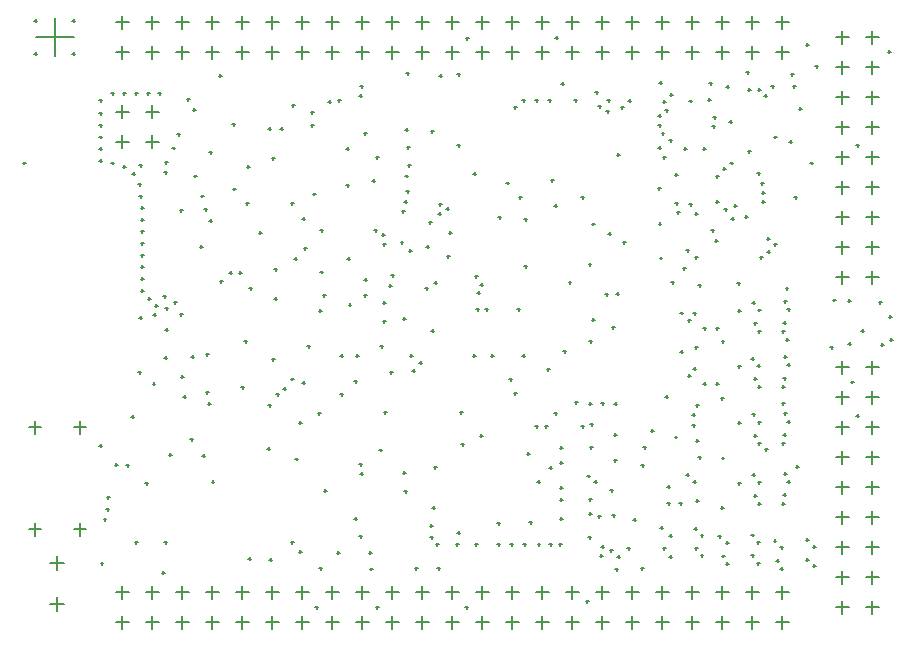
<source format=gbr>
%TF.GenerationSoftware,Altium Limited,Altium Designer,22.7.1 (60)*%
G04 Layer_Color=128*
%FSLAX45Y45*%
%MOMM*%
%TF.SameCoordinates,C880B6F6-60C4-4622-843B-A454360AD99E*%
%TF.FilePolarity,Positive*%
%TF.FileFunction,Drillmap*%
%TF.Part,Single*%
G01*
G75*
%TA.AperFunction,NonConductor*%
%ADD688C,0.12700*%
D688*
X8073000Y2349500D02*
X8183000D01*
X8128000Y2294500D02*
Y2404500D01*
X8073000Y2095500D02*
X8183000D01*
X8128000Y2040500D02*
Y2150500D01*
X8073000Y1841500D02*
X8183000D01*
X8128000Y1786500D02*
Y1896500D01*
X8073000Y1587500D02*
X8183000D01*
X8128000Y1532500D02*
Y1642500D01*
X8073000Y1333500D02*
X8183000D01*
X8128000Y1278500D02*
Y1388500D01*
X8073000Y1079500D02*
X8183000D01*
X8128000Y1024500D02*
Y1134500D01*
X8073000Y825500D02*
X8183000D01*
X8128000Y770500D02*
Y880500D01*
X8327000Y2349500D02*
X8437000D01*
X8382000Y2294500D02*
Y2404500D01*
X8327000Y2095500D02*
X8437000D01*
X8382000Y2040500D02*
Y2150500D01*
X8327000Y1841500D02*
X8437000D01*
X8382000Y1786500D02*
Y1896500D01*
X8327000Y1587500D02*
X8437000D01*
X8382000Y1532500D02*
Y1642500D01*
X8327000Y1333500D02*
X8437000D01*
X8382000Y1278500D02*
Y1388500D01*
X8327000Y1079500D02*
X8437000D01*
X8382000Y1024500D02*
Y1134500D01*
X8327000Y825500D02*
X8437000D01*
X8382000Y770500D02*
Y880500D01*
X8073000Y571500D02*
X8183000D01*
X8128000Y516500D02*
Y626500D01*
X8073000Y317500D02*
X8183000D01*
X8128000Y262500D02*
Y372500D01*
X8327000Y571500D02*
X8437000D01*
X8382000Y516500D02*
Y626500D01*
X8327000Y317500D02*
X8437000D01*
X8382000Y262500D02*
Y372500D01*
X8073000Y5143500D02*
X8183000D01*
X8128000Y5088500D02*
Y5198500D01*
X8073000Y4889500D02*
X8183000D01*
X8128000Y4834500D02*
Y4944500D01*
X8073000Y4635500D02*
X8183000D01*
X8128000Y4580500D02*
Y4690500D01*
X8073000Y4381500D02*
X8183000D01*
X8128000Y4326500D02*
Y4436500D01*
X8073000Y4127500D02*
X8183000D01*
X8128000Y4072500D02*
Y4182500D01*
X8073000Y3873500D02*
X8183000D01*
X8128000Y3818500D02*
Y3928500D01*
X8073000Y3619500D02*
X8183000D01*
X8128000Y3564500D02*
Y3674500D01*
X8327000Y5143500D02*
X8437000D01*
X8382000Y5088500D02*
Y5198500D01*
X8327000Y4889500D02*
X8437000D01*
X8382000Y4834500D02*
Y4944500D01*
X8327000Y4635500D02*
X8437000D01*
X8382000Y4580500D02*
Y4690500D01*
X8327000Y4381500D02*
X8437000D01*
X8382000Y4326500D02*
Y4436500D01*
X8327000Y4127500D02*
X8437000D01*
X8382000Y4072500D02*
Y4182500D01*
X8327000Y3873500D02*
X8437000D01*
X8382000Y3818500D02*
Y3928500D01*
X8327000Y3619500D02*
X8437000D01*
X8382000Y3564500D02*
Y3674500D01*
X8073000Y3365500D02*
X8183000D01*
X8128000Y3310500D02*
Y3420500D01*
X8073000Y3111500D02*
X8183000D01*
X8128000Y3056500D02*
Y3166500D01*
X8327000Y3365500D02*
X8437000D01*
X8382000Y3310500D02*
Y3420500D01*
X8327000Y3111500D02*
X8437000D01*
X8382000Y3056500D02*
Y3166500D01*
X1977000Y190500D02*
X2087000D01*
X2032000Y135500D02*
Y245500D01*
X2231000Y190500D02*
X2341000D01*
X2286000Y135500D02*
Y245500D01*
X2485000Y190500D02*
X2595000D01*
X2540000Y135500D02*
Y245500D01*
X2739000Y190500D02*
X2849000D01*
X2794000Y135500D02*
Y245500D01*
X2993000Y190500D02*
X3103000D01*
X3048000Y135500D02*
Y245500D01*
X3247000Y190500D02*
X3357000D01*
X3302000Y135500D02*
Y245500D01*
X3501000Y190500D02*
X3611000D01*
X3556000Y135500D02*
Y245500D01*
X3755000Y190500D02*
X3865000D01*
X3810000Y135500D02*
Y245500D01*
X4009000Y190500D02*
X4119000D01*
X4064000Y135500D02*
Y245500D01*
X4263000Y190500D02*
X4373000D01*
X4318000Y135500D02*
Y245500D01*
X4517000Y190500D02*
X4627000D01*
X4572000Y135500D02*
Y245500D01*
X4771000Y190500D02*
X4881000D01*
X4826000Y135500D02*
Y245500D01*
X5025000Y190500D02*
X5135000D01*
X5080000Y135500D02*
Y245500D01*
X5279000Y190500D02*
X5389000D01*
X5334000Y135500D02*
Y245500D01*
X5533000Y190500D02*
X5643000D01*
X5588000Y135500D02*
Y245500D01*
X5787000Y190500D02*
X5897000D01*
X5842000Y135500D02*
Y245500D01*
X6041000Y190500D02*
X6151000D01*
X6096000Y135500D02*
Y245500D01*
X6295000Y190500D02*
X6405000D01*
X6350000Y135500D02*
Y245500D01*
X6549000Y190500D02*
X6659000D01*
X6604000Y135500D02*
Y245500D01*
X6803000Y190500D02*
X6913000D01*
X6858000Y135500D02*
Y245500D01*
X7057000Y190500D02*
X7167000D01*
X7112000Y135500D02*
Y245500D01*
X7311000Y190500D02*
X7421000D01*
X7366000Y135500D02*
Y245500D01*
X7565000Y190500D02*
X7675000D01*
X7620000Y135500D02*
Y245500D01*
X1977000Y444500D02*
X2087000D01*
X2032000Y389500D02*
Y499500D01*
X2231000Y444500D02*
X2341000D01*
X2286000Y389500D02*
Y499500D01*
X2485000Y444500D02*
X2595000D01*
X2540000Y389500D02*
Y499500D01*
X2739000Y444500D02*
X2849000D01*
X2794000Y389500D02*
Y499500D01*
X2993000Y444500D02*
X3103000D01*
X3048000Y389500D02*
Y499500D01*
X3247000Y444500D02*
X3357000D01*
X3302000Y389500D02*
Y499500D01*
X3501000Y444500D02*
X3611000D01*
X3556000Y389500D02*
Y499500D01*
X3755000Y444500D02*
X3865000D01*
X3810000Y389500D02*
Y499500D01*
X4009000Y444500D02*
X4119000D01*
X4064000Y389500D02*
Y499500D01*
X4263000Y444500D02*
X4373000D01*
X4318000Y389500D02*
Y499500D01*
X4517000Y444500D02*
X4627000D01*
X4572000Y389500D02*
Y499500D01*
X4771000Y444500D02*
X4881000D01*
X4826000Y389500D02*
Y499500D01*
X5025000Y444500D02*
X5135000D01*
X5080000Y389500D02*
Y499500D01*
X5279000Y444500D02*
X5389000D01*
X5334000Y389500D02*
Y499500D01*
X5533000Y444500D02*
X5643000D01*
X5588000Y389500D02*
Y499500D01*
X5787000Y444500D02*
X5897000D01*
X5842000Y389500D02*
Y499500D01*
X6041000Y444500D02*
X6151000D01*
X6096000Y389500D02*
Y499500D01*
X6295000Y444500D02*
X6405000D01*
X6350000Y389500D02*
Y499500D01*
X6549000Y444500D02*
X6659000D01*
X6604000Y389500D02*
Y499500D01*
X6803000Y444500D02*
X6913000D01*
X6858000Y389500D02*
Y499500D01*
X7057000Y444500D02*
X7167000D01*
X7112000Y389500D02*
Y499500D01*
X7311000Y444500D02*
X7421000D01*
X7366000Y389500D02*
Y499500D01*
X7565000Y444500D02*
X7675000D01*
X7620000Y389500D02*
Y499500D01*
X1977000Y5016500D02*
X2087000D01*
X2032000Y4961500D02*
Y5071500D01*
X2231000Y5016500D02*
X2341000D01*
X2286000Y4961500D02*
Y5071500D01*
X2485000Y5016500D02*
X2595000D01*
X2540000Y4961500D02*
Y5071500D01*
X2739000Y5016500D02*
X2849000D01*
X2794000Y4961500D02*
Y5071500D01*
X2993000Y5016500D02*
X3103000D01*
X3048000Y4961500D02*
Y5071500D01*
X3247000Y5016500D02*
X3357000D01*
X3302000Y4961500D02*
Y5071500D01*
X3501000Y5016500D02*
X3611000D01*
X3556000Y4961500D02*
Y5071500D01*
X3755000Y5016500D02*
X3865000D01*
X3810000Y4961500D02*
Y5071500D01*
X4009000Y5016500D02*
X4119000D01*
X4064000Y4961500D02*
Y5071500D01*
X4263000Y5016500D02*
X4373000D01*
X4318000Y4961500D02*
Y5071500D01*
X4517000Y5016500D02*
X4627000D01*
X4572000Y4961500D02*
Y5071500D01*
X4771000Y5016500D02*
X4881000D01*
X4826000Y4961500D02*
Y5071500D01*
X5025000Y5016500D02*
X5135000D01*
X5080000Y4961500D02*
Y5071500D01*
X5279000Y5016500D02*
X5389000D01*
X5334000Y4961500D02*
Y5071500D01*
X5533000Y5016500D02*
X5643000D01*
X5588000Y4961500D02*
Y5071500D01*
X5787000Y5016500D02*
X5897000D01*
X5842000Y4961500D02*
Y5071500D01*
X6041000Y5016500D02*
X6151000D01*
X6096000Y4961500D02*
Y5071500D01*
X6295000Y5016500D02*
X6405000D01*
X6350000Y4961500D02*
Y5071500D01*
X6549000Y5016500D02*
X6659000D01*
X6604000Y4961500D02*
Y5071500D01*
X6803000Y5016500D02*
X6913000D01*
X6858000Y4961500D02*
Y5071500D01*
X7057000Y5016500D02*
X7167000D01*
X7112000Y4961500D02*
Y5071500D01*
X7311000Y5016500D02*
X7421000D01*
X7366000Y4961500D02*
Y5071500D01*
X7565000Y5016500D02*
X7675000D01*
X7620000Y4961500D02*
Y5071500D01*
X1977000Y5270500D02*
X2087000D01*
X2032000Y5215500D02*
Y5325500D01*
X2231000Y5270500D02*
X2341000D01*
X2286000Y5215500D02*
Y5325500D01*
X2485000Y5270500D02*
X2595000D01*
X2540000Y5215500D02*
Y5325500D01*
X2739000Y5270500D02*
X2849000D01*
X2794000Y5215500D02*
Y5325500D01*
X2993000Y5270500D02*
X3103000D01*
X3048000Y5215500D02*
Y5325500D01*
X3247000Y5270500D02*
X3357000D01*
X3302000Y5215500D02*
Y5325500D01*
X3501000Y5270500D02*
X3611000D01*
X3556000Y5215500D02*
Y5325500D01*
X3755000Y5270500D02*
X3865000D01*
X3810000Y5215500D02*
Y5325500D01*
X4009000Y5270500D02*
X4119000D01*
X4064000Y5215500D02*
Y5325500D01*
X4263000Y5270500D02*
X4373000D01*
X4318000Y5215500D02*
Y5325500D01*
X4517000Y5270500D02*
X4627000D01*
X4572000Y5215500D02*
Y5325500D01*
X4771000Y5270500D02*
X4881000D01*
X4826000Y5215500D02*
Y5325500D01*
X5025000Y5270500D02*
X5135000D01*
X5080000Y5215500D02*
Y5325500D01*
X5279000Y5270500D02*
X5389000D01*
X5334000Y5215500D02*
Y5325500D01*
X5533000Y5270500D02*
X5643000D01*
X5588000Y5215500D02*
Y5325500D01*
X5787000Y5270500D02*
X5897000D01*
X5842000Y5215500D02*
Y5325500D01*
X6041000Y5270500D02*
X6151000D01*
X6096000Y5215500D02*
Y5325500D01*
X6295000Y5270500D02*
X6405000D01*
X6350000Y5215500D02*
Y5325500D01*
X6549000Y5270500D02*
X6659000D01*
X6604000Y5215500D02*
Y5325500D01*
X6803000Y5270500D02*
X6913000D01*
X6858000Y5215500D02*
Y5325500D01*
X7057000Y5270500D02*
X7167000D01*
X7112000Y5215500D02*
Y5325500D01*
X7311000Y5270500D02*
X7421000D01*
X7366000Y5215500D02*
Y5325500D01*
X7565000Y5270500D02*
X7675000D01*
X7620000Y5215500D02*
Y5325500D01*
X2231000Y4512400D02*
X2341000D01*
X2286000Y4457400D02*
Y4567400D01*
X2231000Y4258400D02*
X2341000D01*
X2286000Y4203400D02*
Y4313400D01*
X1977000Y4512400D02*
X2087000D01*
X2032000Y4457400D02*
Y4567400D01*
X1977000Y4258400D02*
X2087000D01*
X2032000Y4203400D02*
Y4313400D01*
X1619500Y978000D02*
X1724500D01*
X1672000Y925500D02*
Y1030500D01*
X1239500Y978000D02*
X1344500D01*
X1292000Y925500D02*
Y1030500D01*
X1619500Y1842000D02*
X1724500D01*
X1672000Y1789500D02*
Y1894500D01*
X1239500Y1842000D02*
X1344500D01*
X1292000Y1789500D02*
Y1894500D01*
X1300500Y5143500D02*
X1620500D01*
X1460500Y4983500D02*
Y5303500D01*
X1420000Y695000D02*
X1540000D01*
X1480000Y635000D02*
Y755000D01*
X1420000Y345000D02*
X1540000D01*
X1480000Y285000D02*
Y405000D01*
X3857500Y4612500D02*
X3882500D01*
X3870000Y4600000D02*
Y4625000D01*
X4427500Y4360000D02*
X4452500D01*
X4440000Y4347500D02*
Y4372500D01*
X1288000Y5283500D02*
X1313000D01*
X1300500Y5271000D02*
Y5296000D01*
X1288000Y5003500D02*
X1313000D01*
X1300500Y4991000D02*
Y5016000D01*
X1608000Y5003500D02*
X1633000D01*
X1620500Y4991000D02*
Y5016000D01*
X1608000Y5283500D02*
X1633000D01*
X1620500Y5271000D02*
Y5296000D01*
X4670247Y1503402D02*
X4695247D01*
X4682747Y1490903D02*
Y1515902D01*
X7366277Y2898539D02*
X7391277D01*
X7378777Y2886039D02*
Y2911039D01*
X7367569Y1441414D02*
X7392569D01*
X7380069Y1428915D02*
Y1453914D01*
X7364672Y1951459D02*
X7389672D01*
X7377172Y1938960D02*
Y1963959D01*
X7411890Y1885414D02*
X7436890D01*
X7424390Y1872914D02*
Y1897913D01*
X6060313Y4562155D02*
X6085313D01*
X6072813Y4549655D02*
Y4574655D01*
X6129904Y4518397D02*
X6154903D01*
X6142404Y4505898D02*
Y4530897D01*
X6037500Y4680000D02*
X6062500D01*
X6050000Y4667500D02*
Y4692500D01*
X6577500Y4757500D02*
X6602500D01*
X6590000Y4745000D02*
Y4770000D01*
X6217500Y4150000D02*
X6242500D01*
X6230000Y4137500D02*
Y4162500D01*
X5994013Y1867367D02*
X6019013D01*
X6006513Y1854867D02*
Y1879866D01*
X5861482Y2055714D02*
X5886482D01*
X5873982Y2043214D02*
Y2068214D01*
X6194699Y1564783D02*
X6219699D01*
X6207199Y1552283D02*
Y1577283D01*
X6647500Y1200000D02*
X6672500D01*
X6660000Y1187500D02*
Y1212500D01*
X6647500Y1340000D02*
X6672500D01*
X6660000Y1327500D02*
Y1352500D01*
X6007024Y2752748D02*
X6032023D01*
X6019524Y2740248D02*
Y2765248D01*
X6005625Y3563595D02*
X6030625D01*
X6018125Y3551095D02*
Y3576095D01*
X5216757Y3621307D02*
X5241757D01*
X5229257Y3608807D02*
Y3633807D01*
X5690823Y1959998D02*
X5715822D01*
X5703323Y1947498D02*
Y1972498D01*
X6708882Y3978618D02*
X6733882D01*
X6721382Y3966118D02*
Y3991117D01*
X6607500Y4130000D02*
X6632500D01*
X6620000Y4117500D02*
Y4142500D01*
X6563980Y3867338D02*
X6588980D01*
X6576480Y3854838D02*
Y3879838D01*
X6571988Y3564515D02*
X6596988D01*
X6584488Y3552015D02*
Y3577015D01*
X6887500Y1220000D02*
X6912500D01*
X6900000Y1207500D02*
Y1232500D01*
X7100073Y1162574D02*
X7125073D01*
X7112573Y1150074D02*
Y1175074D01*
X7631469Y1449224D02*
X7656468D01*
X7643968Y1436724D02*
Y1461724D01*
X7613705Y2047500D02*
X7638705D01*
X7626205Y2035000D02*
Y2060000D01*
X7616393Y2185388D02*
X7641393D01*
X7628893Y2172888D02*
Y2197887D01*
X7650779Y2583984D02*
X7675778D01*
X7663279Y2571484D02*
Y2596484D01*
X7661036Y2370298D02*
X7686036D01*
X7673536Y2357798D02*
Y2382798D01*
X7631469Y2439223D02*
X7656468D01*
X7643968Y2426724D02*
Y2451723D01*
X7647500Y3020000D02*
X7672500D01*
X7660000Y3007500D02*
Y3032500D01*
X7472612Y1656801D02*
X7497612D01*
X7485112Y1644302D02*
Y1669301D01*
X7377909Y1772427D02*
X7402909D01*
X7390409Y1759927D02*
Y1784927D01*
X7412623Y1705944D02*
X7437622D01*
X7425123Y1693444D02*
Y1718444D01*
X6747500Y1200000D02*
X6772500D01*
X6760000Y1187500D02*
Y1212500D01*
X6178890Y1098610D02*
X6203890D01*
X6191390Y1086110D02*
Y1111110D01*
X4228081Y3471270D02*
X4253081D01*
X4240581Y3458771D02*
Y3483770D01*
X4165318Y3512327D02*
X4190317D01*
X4177817Y3499827D02*
Y3524827D01*
X4237500Y3390000D02*
X4262500D01*
X4250000Y3377500D02*
Y3402500D01*
X6580629Y3275707D02*
X6605629D01*
X6593129Y3263207D02*
Y3288207D01*
X4047500Y4730000D02*
X4072500D01*
X4060000Y4717500D02*
Y4742500D01*
X4037500Y4650000D02*
X4062500D01*
X4050000Y4637500D02*
Y4662500D01*
X3777500Y4600000D02*
X3802500D01*
X3790000Y4587500D02*
Y4612500D01*
X4637500Y910000D02*
X4662500D01*
X4650000Y897500D02*
Y922500D01*
X4687500Y850000D02*
X4712500D01*
X4700000Y837500D02*
Y862500D01*
X4869730Y950913D02*
X4894730D01*
X4882230Y938413D02*
Y963413D01*
X4713406Y3732344D02*
X4738405D01*
X4725905Y3719844D02*
Y3744844D01*
X4776195Y3691326D02*
X4801195D01*
X4788695Y3678826D02*
Y3703826D01*
X3567500Y3360000D02*
X3592500D01*
X3580000Y3347500D02*
Y3372500D01*
X3627500Y4400000D02*
X3652500D01*
X3640000Y4387500D02*
Y4412500D01*
X8437500Y2900000D02*
X8462500D01*
X8450000Y2887500D02*
Y2912500D01*
X4887500Y1970000D02*
X4912500D01*
X4900000Y1957500D02*
Y1982500D01*
X2967500Y3860000D02*
X2992500D01*
X2980000Y3847500D02*
Y3872500D01*
X2627500Y4532833D02*
X2652500D01*
X2640000Y4520333D02*
Y4545333D01*
X6253122Y4553521D02*
X6278122D01*
X6265622Y4541022D02*
Y4566021D01*
X4387500Y3410000D02*
X4412500D01*
X4400000Y3397500D02*
Y3422500D01*
X4457647Y3335306D02*
X4482646D01*
X4470147Y3322806D02*
Y3347806D01*
X7147237Y4723983D02*
X7172237D01*
X7159737Y4711484D02*
Y4736483D01*
X7003027Y4754889D02*
X7028027D01*
X7015527Y4742389D02*
Y4767389D01*
X7036636Y4466648D02*
X7061635D01*
X7049136Y4454148D02*
Y4479148D01*
X7028626Y4389700D02*
X7053625D01*
X7041126Y4377201D02*
Y4402200D01*
X7527500Y4730000D02*
X7552500D01*
X7540000Y4717500D02*
Y4742500D01*
X7690000Y4830000D02*
X7715000D01*
X7702500Y4817500D02*
Y4842500D01*
X3527500Y1880000D02*
X3552500D01*
X3540000Y1867500D02*
Y1892500D01*
X5457500Y1620000D02*
X5482500D01*
X5470000Y1607500D02*
Y1632500D01*
X7660330Y1890000D02*
X7685330D01*
X7672830Y1877500D02*
Y1902500D01*
X7723277Y3790405D02*
X7748277D01*
X7735777Y3777905D02*
Y3802905D01*
X5307500Y2250000D02*
X5332500D01*
X5320000Y2237500D02*
Y2262500D01*
X4997500Y2450000D02*
X5022500D01*
X5010000Y2437500D02*
Y2462500D01*
X3457500Y3739832D02*
X3482500D01*
X3470000Y3727333D02*
Y3752332D01*
X2455299Y4206829D02*
X2480298D01*
X2467798Y4194329D02*
Y4219328D01*
X6949136Y2680880D02*
X6974135D01*
X6961636Y2668380D02*
Y2693380D01*
X6865125Y2338752D02*
X6890125D01*
X6877625Y2326252D02*
Y2351252D01*
X6950189Y2210497D02*
X6975189D01*
X6962689Y2197997D02*
Y2222997D01*
X6177500Y2690000D02*
X6202500D01*
X6190000Y2677500D02*
Y2702500D01*
X3646360Y3817500D02*
X3671360D01*
X3658860Y3805000D02*
Y3830000D01*
X6087500Y830000D02*
X6112500D01*
X6100000Y817500D02*
Y842500D01*
X6074612Y756116D02*
X6099612D01*
X6087112Y743616D02*
Y768616D01*
X5977500Y912500D02*
X6002500D01*
X5990000Y900000D02*
Y925000D01*
X6307500Y820000D02*
X6332500D01*
X6320000Y807500D02*
Y832500D01*
X6157500Y800000D02*
X6182500D01*
X6170000Y787500D02*
Y812500D01*
X6357500Y1060000D02*
X6382500D01*
X6370000Y1047500D02*
Y1072500D01*
X6422885Y647909D02*
X6447885D01*
X6435385Y635409D02*
Y660409D01*
X6207500Y640000D02*
X6232500D01*
X6220000Y627500D02*
Y652500D01*
X5027500Y2840000D02*
X5052500D01*
X5040000Y2827500D02*
Y2852500D01*
X4407500Y2760000D02*
X4432500D01*
X4420000Y2747500D02*
Y2772500D01*
X4625754Y3580186D02*
X4650753D01*
X4638253Y3567686D02*
Y3592686D01*
X6678250Y3072093D02*
X6703249D01*
X6690750Y3059593D02*
Y3084593D01*
X2495730Y4322875D02*
X2520730D01*
X2508230Y4310375D02*
Y4335375D01*
X6786617Y4199151D02*
X6811617D01*
X6799117Y4186651D02*
Y4211650D01*
X5982500Y1111661D02*
X6007500D01*
X5995000Y1099162D02*
Y1124161D01*
X6056287Y1090556D02*
X6081287D01*
X6068787Y1078056D02*
Y1103056D01*
X5737500Y1670000D02*
X5762500D01*
X5750000Y1657500D02*
Y1682500D01*
X5917500Y1850000D02*
X5942500D01*
X5930000Y1837500D02*
Y1862500D01*
X5735173Y1541987D02*
X5760172D01*
X5747673Y1529487D02*
Y1554487D01*
X5767500Y2486550D02*
X5792500D01*
X5780000Y2474050D02*
Y2499050D01*
X6088932Y2044179D02*
X6113931D01*
X6101432Y2031679D02*
Y2056679D01*
X4487500Y2320000D02*
X4512500D01*
X4500000Y2307500D02*
Y2332500D01*
X4903075Y1699320D02*
X4928075D01*
X4915575Y1686821D02*
Y1711820D01*
X1873252Y1064249D02*
X1898251D01*
X1885752Y1051749D02*
Y1076748D01*
X1897500Y1150000D02*
X1922500D01*
X1910000Y1137500D02*
Y1162500D01*
X5917500Y3790000D02*
X5942500D01*
X5930000Y3777500D02*
Y3802500D01*
X5687500Y3720000D02*
X5712500D01*
X5700000Y3707500D02*
Y3732500D01*
X5004932Y3989517D02*
X5029932D01*
X5017432Y3977017D02*
Y4002016D01*
X7735000Y1508948D02*
X7760000D01*
X7747500Y1496448D02*
Y1521448D01*
X7616393Y1705388D02*
X7641393D01*
X7628893Y1692888D02*
Y1717888D01*
X1835387Y1685174D02*
X1860386D01*
X1847887Y1672674D02*
Y1697674D01*
X3497107Y1573840D02*
X3522106D01*
X3509606Y1561340D02*
Y1586340D01*
X4636505Y1010000D02*
X4661505D01*
X4649005Y997500D02*
Y1022500D01*
X7411900Y4699156D02*
X7436900D01*
X7424400Y4686657D02*
Y4711656D01*
X7315819Y4846500D02*
X7340819D01*
X7328319Y4834000D02*
Y4859000D01*
X7327500Y4700000D02*
X7352500D01*
X7340000Y4687500D02*
Y4712500D01*
X5810116Y3070065D02*
X5835116D01*
X5822616Y3057565D02*
Y3082565D01*
X6029672Y1383307D02*
X6054672D01*
X6042172Y1370807D02*
Y1395807D01*
X5969485Y1429921D02*
X5994485D01*
X5981985Y1417421D02*
Y1442421D01*
X5989674Y1673304D02*
X6014674D01*
X6002174Y1660804D02*
Y1685804D01*
X6427500Y1520000D02*
X6452500D01*
X6440000Y1507500D02*
Y1532500D01*
X6442005Y1671541D02*
X6467005D01*
X6454505Y1659042D02*
Y1684041D01*
X6505480Y1814520D02*
X6530479D01*
X6517980Y1802021D02*
Y1827020D01*
X5478677Y1038661D02*
X5503677D01*
X5491177Y1026161D02*
Y1051161D01*
X5207500Y1030000D02*
X5232500D01*
X5220000Y1017500D02*
Y1042500D01*
X5737500Y1070000D02*
X5762500D01*
X5750000Y1057500D02*
Y1082500D01*
X2427500Y1610000D02*
X2452500D01*
X2440000Y1597500D02*
Y1622500D01*
X2167500Y2310000D02*
X2192500D01*
X2180000Y2297500D02*
Y2322500D01*
X7406179Y2365207D02*
X7431178D01*
X7418679Y2352707D02*
Y2377706D01*
X7355941Y2420895D02*
X7380941D01*
X7368441Y2408395D02*
Y2433395D01*
X6315443Y4608869D02*
X6340443D01*
X6327943Y4596369D02*
Y4621368D01*
X7047500Y3420000D02*
X7072500D01*
X7060000Y3407500D02*
Y3432500D01*
X7017500Y3510000D02*
X7042500D01*
X7030000Y3497500D02*
Y3522500D01*
X6877500Y3650000D02*
X6902500D01*
X6890000Y3637500D02*
Y3662500D01*
X7493234Y3328738D02*
X7518234D01*
X7505734Y3316238D02*
Y3341238D01*
X6713794Y3740410D02*
X6738793D01*
X6726293Y3727911D02*
Y3752910D01*
X7437500Y3910000D02*
X7462500D01*
X7450000Y3897500D02*
Y3922500D01*
X7447543Y3830000D02*
X7472543D01*
X7460043Y3817500D02*
Y3842500D01*
X7447500Y3750000D02*
X7472500D01*
X7460000Y3737500D02*
Y3762500D01*
X7301583Y3623987D02*
X7326582D01*
X7314082Y3611487D02*
Y3636487D01*
X7055666Y3969168D02*
X7080666D01*
X7068166Y3956668D02*
Y3981668D01*
X7207500Y3720000D02*
X7232500D01*
X7220000Y3707500D02*
Y3732500D01*
X7187500Y3610000D02*
X7212500D01*
X7200000Y3597500D02*
Y3622500D01*
X7406258Y3994981D02*
X7431258D01*
X7418758Y3982481D02*
Y4007481D01*
X7857500Y4080000D02*
X7882500D01*
X7870000Y4067500D02*
Y4092500D01*
X8512322Y5021488D02*
X8537322D01*
X8524822Y5008988D02*
Y5033988D01*
X7127500Y3690000D02*
X7152500D01*
X7140000Y3677500D02*
Y3702500D01*
X8455129Y2543086D02*
X8480129D01*
X8467629Y2530586D02*
Y2555586D01*
X7547500Y3390000D02*
X7572500D01*
X7560000Y3377500D02*
Y3402500D01*
X8047500Y2920000D02*
X8072500D01*
X8060000Y2907500D02*
Y2932500D01*
X8288541Y2657970D02*
X8313540D01*
X8301041Y2645470D02*
Y2670470D01*
X7487500Y3440000D02*
X7512500D01*
X7500000Y3427500D02*
Y3452500D01*
X7631468Y2909224D02*
X7656468D01*
X7643968Y2896724D02*
Y2921723D01*
X7661036Y2840298D02*
X7686035D01*
X7673536Y2827798D02*
Y2852798D01*
X8179320Y2549928D02*
X8204320D01*
X8191820Y2537428D02*
Y2562428D01*
X8026842Y2519342D02*
X8051841D01*
X8039342Y2506842D02*
Y2531842D01*
X8529936Y2581621D02*
X8554936D01*
X8542436Y2569122D02*
Y2594121D01*
X6877500Y3280000D02*
X6902500D01*
X6890000Y3267500D02*
Y3292500D01*
X7427500Y3280000D02*
X7452500D01*
X7440000Y3267500D02*
Y3292500D01*
X6831192Y3732214D02*
X6856192D01*
X6843692Y3719714D02*
Y3744714D01*
X7117500Y4030000D02*
X7142500D01*
X7130000Y4017500D02*
Y4042500D01*
X7177500Y4080000D02*
X7202500D01*
X7190000Y4067500D02*
Y4092500D01*
X7055933Y3750256D02*
X7080932D01*
X7068432Y3737756D02*
Y3762756D01*
X6267500Y3410000D02*
X6292500D01*
X6280000Y3397500D02*
Y3422500D01*
X6147500Y3480000D02*
X6172500D01*
X6160000Y3467500D02*
Y3492500D01*
X6726105Y3663204D02*
X6751105D01*
X6738605Y3650704D02*
Y3675704D01*
X6807500Y3340000D02*
X6832500D01*
X6820000Y3327500D02*
Y3352500D01*
X5660000Y3935000D02*
X5685000D01*
X5672500Y3922500D02*
Y3947500D01*
X6777500Y3190000D02*
X6802500D01*
X6790000Y3177500D02*
Y3202500D01*
X7678819Y4259599D02*
X7703818D01*
X7691319Y4247099D02*
Y4272099D01*
X7412622Y2655943D02*
X7437622D01*
X7425122Y2643444D02*
Y2668443D01*
X7616393Y2655388D02*
X7641393D01*
X7628893Y2642888D02*
Y2667887D01*
X8198073Y2225834D02*
X8223073D01*
X8210573Y2213334D02*
Y2238334D01*
X8247500Y1940000D02*
X8272500D01*
X8260000Y1927500D02*
Y1952500D01*
X5982500Y1233190D02*
X6007500D01*
X5995000Y1220690D02*
Y1245690D01*
X5737500Y1230000D02*
X5762500D01*
X5750000Y1217500D02*
Y1242500D01*
X6224146Y746504D02*
X6249145D01*
X6236645Y734004D02*
Y759004D01*
X5624220Y2335000D02*
X5649220D01*
X5636720Y2322500D02*
Y2347500D01*
X5417500Y2450000D02*
X5442500D01*
X5430000Y2437500D02*
Y2462500D01*
X5527500Y1850000D02*
X5552500D01*
X5540000Y1837500D02*
Y1862500D01*
X5607500Y1850000D02*
X5632500D01*
X5620000Y1837500D02*
Y1862500D01*
X5435000Y3601930D02*
X5460000D01*
X5447500Y3589430D02*
Y3614429D01*
X5435000Y3206821D02*
X5460000D01*
X5447500Y3194321D02*
Y3219321D01*
X3997502Y1070000D02*
X4022502D01*
X4010002Y1057501D02*
Y1082500D01*
X6817882Y2280300D02*
X6842882D01*
X6830382Y2267800D02*
Y2292800D01*
X6161516Y1307610D02*
X6186515D01*
X6174016Y1295110D02*
Y1320110D01*
X6627500Y2100000D02*
X6652500D01*
X6640000Y2087500D02*
Y2112500D01*
X6887500Y2029926D02*
X6912499D01*
X6899999Y2017426D02*
Y2042426D01*
X6857500Y1950000D02*
X6882500D01*
X6870000Y1937500D02*
Y1962500D01*
X6193705Y1780278D02*
X6218705D01*
X6206205Y1767779D02*
Y1792778D01*
X6197500Y2040000D02*
X6222500D01*
X6210000Y2027500D02*
Y2052500D01*
X6587684Y990000D02*
X6612684D01*
X6600184Y977500D02*
Y1002500D01*
X6570000Y4400000D02*
X6595000D01*
X6582500Y4387500D02*
Y4412500D01*
X6570000Y4210000D02*
X6595000D01*
X6582500Y4197500D02*
Y4222500D01*
X6570000Y4480000D02*
X6595000D01*
X6582500Y4467500D02*
Y4492500D01*
X5857500Y4610000D02*
X5882500D01*
X5870000Y4597500D02*
Y4622500D01*
X6137500Y4610000D02*
X6162500D01*
X6150000Y4597500D02*
Y4622500D01*
X6707500Y1760000D02*
X6732500D01*
X6720000Y1747500D02*
Y1772500D01*
X5980000Y2040000D02*
X6005000D01*
X5992500Y2027500D02*
Y2052500D01*
X5737500Y1330000D02*
X5762500D01*
X5750000Y1317500D02*
Y1342500D01*
X5647500Y1500000D02*
X5672500D01*
X5660000Y1487500D02*
Y1512500D01*
X6877500Y2520500D02*
X6902499D01*
X6889999Y2508000D02*
Y2533000D01*
X7237500Y3060000D02*
X7262500D01*
X7250000Y3047500D02*
Y3072500D01*
X6597500Y4330000D02*
X6622500D01*
X6610000Y4317500D02*
Y4342500D01*
X6857500Y1860000D02*
X6882500D01*
X6870000Y1847500D02*
Y1872500D01*
X7547500Y4300000D02*
X7572500D01*
X7560000Y4287500D02*
Y4312500D01*
X6757500Y2810000D02*
X6782500D01*
X6770000Y2797500D02*
Y2822500D01*
X7327500Y4180000D02*
X7352500D01*
X7340000Y4167500D02*
Y4192500D01*
X7629090Y2259305D02*
X7654090D01*
X7641590Y2246805D02*
Y2271805D01*
X6907500Y1590000D02*
X6932500D01*
X6920000Y1577500D02*
Y1602500D01*
X7077500Y920000D02*
X7102500D01*
X7090000Y907500D02*
Y932500D01*
X6607500Y820000D02*
X6632500D01*
X6620000Y807500D02*
Y832500D01*
X8247500Y4230000D02*
X8272500D01*
X8260000Y4217500D02*
Y4242500D01*
X5987500Y2570002D02*
X6012500D01*
X6000000Y2557503D02*
Y2582502D01*
X6215000Y2974850D02*
X6240000D01*
X6227500Y2962350D02*
Y2987350D01*
X4857500Y850000D02*
X4882500D01*
X4870000Y837500D02*
Y862500D01*
X6832499Y4605000D02*
X6857499D01*
X6844999Y4592500D02*
Y4617500D01*
X5957500Y370000D02*
X5982500D01*
X5970000Y357500D02*
Y382500D01*
X5017500Y850000D02*
X5042500D01*
X5030000Y837500D02*
Y862500D01*
X5545996Y1379465D02*
X5570995D01*
X5558495Y1366965D02*
Y1391964D01*
X6947500Y4200000D02*
X6972500D01*
X6960000Y4187500D02*
Y4212500D01*
X7402500Y870298D02*
X7427500D01*
X7415000Y857798D02*
Y882798D01*
X7411890Y1375413D02*
X7436890D01*
X7424390Y1362913D02*
Y1387913D01*
X6874467Y983033D02*
X6899467D01*
X6886967Y970533D02*
Y995532D01*
X6927500Y930000D02*
X6952500D01*
X6940000Y917500D02*
Y942500D01*
X6927500Y760000D02*
X6952500D01*
X6940000Y747500D02*
Y772500D01*
X7405377Y692123D02*
X7430377D01*
X7417877Y679623D02*
Y704623D01*
X7359090Y759305D02*
X7384090D01*
X7371590Y746805D02*
Y771805D01*
X7877500Y670000D02*
X7902500D01*
X7890000Y657500D02*
Y682500D01*
X7819090Y719305D02*
X7844090D01*
X7831590Y706805D02*
Y731805D01*
X7817500Y890000D02*
X7842500D01*
X7830000Y877500D02*
Y902500D01*
X7877500Y830298D02*
X7902500D01*
X7890000Y817798D02*
Y842797D01*
X7357357Y930190D02*
X7382357D01*
X7369857Y917690D02*
Y942690D01*
X2857500Y3080000D02*
X2882500D01*
X2870000Y3067500D02*
Y3092500D01*
X2517500Y2800000D02*
X2542500D01*
X2530000Y2787500D02*
Y2812500D01*
X3018817Y3150000D02*
X3043817D01*
X3031317Y3137500D02*
Y3162500D01*
X3487500Y3270000D02*
X3512500D01*
X3500000Y3257500D02*
Y3282500D01*
X4657500Y1160000D02*
X4682500D01*
X4670000Y1147500D02*
Y1172500D01*
X2937500Y3150000D02*
X2962500D01*
X2950000Y3137500D02*
Y3162500D01*
X3318158Y2930659D02*
X3343158D01*
X3330658Y2918159D02*
Y2943159D01*
X4237500Y2740000D02*
X4262500D01*
X4250000Y2727500D02*
Y2752500D01*
X4647500Y2660000D02*
X4672500D01*
X4660000Y2647500D02*
Y2672500D01*
X5377500Y2840000D02*
X5402500D01*
X5390000Y2827500D02*
Y2852500D01*
X5979585Y3221698D02*
X6004584D01*
X5992085Y3209199D02*
Y3234198D01*
X2296192Y2793662D02*
X2321191D01*
X2308692Y2781162D02*
Y2806162D01*
X2397500Y2670000D02*
X2422500D01*
X2410000Y2657500D02*
Y2682500D01*
X2387500Y2430000D02*
X2412500D01*
X2400000Y2417500D02*
Y2442500D01*
X3527500Y790000D02*
X3552500D01*
X3540000Y777500D02*
Y802500D01*
X3457500Y870000D02*
X3482500D01*
X3470000Y857500D02*
Y882500D01*
X6661890Y925413D02*
X6686890D01*
X6674390Y912913D02*
Y937913D01*
X6879090Y819305D02*
X6904090D01*
X6891590Y806805D02*
Y831805D01*
X7142623Y685944D02*
X7167622D01*
X7155123Y673444D02*
Y698443D01*
X7602623Y645943D02*
X7627623D01*
X7615123Y633443D02*
Y658443D01*
X6867500Y1380000D02*
X6892499D01*
X6879999Y1367500D02*
Y1392500D01*
X6807500Y1440000D02*
X6832499D01*
X6820000Y1427500D02*
Y1452500D01*
X6757500Y2480000D02*
X6782500D01*
X6770000Y2467500D02*
Y2492500D01*
X7105663Y1582361D02*
X7130663D01*
X7118163Y1569861D02*
Y1594861D01*
X7100073Y2087426D02*
X7125073D01*
X7112573Y2074927D02*
Y2099926D01*
X7105663Y2572361D02*
X7130663D01*
X7118163Y2559861D02*
Y2584860D01*
X6907374Y3043824D02*
X6932373D01*
X6919874Y3031324D02*
Y3056324D01*
X7107909Y752426D02*
X7132909D01*
X7120409Y739926D02*
Y764926D01*
X7141890Y865413D02*
X7166890D01*
X7154390Y852913D02*
Y877913D01*
X6662623Y745943D02*
X6687622D01*
X6675123Y733443D02*
Y758443D01*
X7567909Y712426D02*
X7592909D01*
X7580409Y699926D02*
Y724926D01*
X7545941Y880895D02*
X7570941D01*
X7558441Y868395D02*
Y893394D01*
X7601891Y825413D02*
X7626890D01*
X7614390Y812913D02*
Y837912D01*
X7629090Y2729305D02*
X7654089D01*
X7641589Y2716805D02*
Y2741805D01*
X7377909Y2722426D02*
X7402909D01*
X7390409Y2709926D02*
Y2734926D01*
X7411890Y2835413D02*
X7436890D01*
X7424390Y2822913D02*
Y2847913D01*
X7241233Y2830000D02*
X7266233D01*
X7253733Y2817500D02*
Y2842500D01*
X7057499Y2680001D02*
X7082499D01*
X7069999Y2667501D02*
Y2692501D01*
X6817882Y2750300D02*
X6842882D01*
X6830382Y2737800D02*
Y2762800D01*
X6865125Y2808752D02*
X6890125D01*
X6877625Y2796252D02*
Y2821252D01*
X7057499Y2210001D02*
X7082499D01*
X7069999Y2197501D02*
Y2222501D01*
X7377909Y2252426D02*
X7402909D01*
X7390409Y2239926D02*
Y2264926D01*
X7412623Y2185943D02*
X7437622D01*
X7425123Y2173443D02*
Y2198443D01*
X7241233Y2360000D02*
X7266233D01*
X7253733Y2347500D02*
Y2372500D01*
X7629090Y1779306D02*
X7654090D01*
X7641590Y1766806D02*
Y1791806D01*
X7631469Y1959224D02*
X7656468D01*
X7643968Y1946724D02*
Y1971724D01*
X7616393Y1195388D02*
X7641393D01*
X7628893Y1182888D02*
Y1207888D01*
X7629090Y1269305D02*
X7654090D01*
X7641590Y1256805D02*
Y1281805D01*
X7661036Y1380298D02*
X7686036D01*
X7673536Y1367798D02*
Y1392798D01*
X6887500Y1730000D02*
X6912500D01*
X6900000Y1717501D02*
Y1742500D01*
X7241233Y1880001D02*
X7266233D01*
X7253733Y1867501D02*
Y1892500D01*
X7241233Y1370000D02*
X7266233D01*
X7253733Y1357500D02*
Y1382500D01*
X7377909Y1262426D02*
X7402909D01*
X7390409Y1249926D02*
Y1274926D01*
X7412623Y1195944D02*
X7437622D01*
X7425123Y1183444D02*
Y1208443D01*
X5727500Y850000D02*
X5752500D01*
X5740000Y837500D02*
Y862500D01*
X5103760Y2841998D02*
X5128759D01*
X5116260Y2829499D02*
Y2854498D01*
X5152500Y2450000D02*
X5177500D01*
X5165000Y2437500D02*
Y2462500D01*
X4698158Y650658D02*
X4723158D01*
X4710658Y638158D02*
Y663158D01*
X3699676Y646743D02*
X3724676D01*
X3712176Y634243D02*
Y659243D01*
X4127500Y642500D02*
X4152500D01*
X4140000Y630000D02*
Y655000D01*
X4117500Y780000D02*
X4142500D01*
X4130000Y767500D02*
Y792500D01*
X3847500Y780000D02*
X3872500D01*
X3860000Y767500D02*
Y792500D01*
X4037500Y920000D02*
X4062500D01*
X4050000Y907500D02*
Y932500D01*
X2547500Y2100000D02*
X2572500D01*
X2560000Y2087500D02*
Y2112500D01*
X3087500Y4050000D02*
X3112500D01*
X3100000Y4037500D02*
Y4062500D01*
X5061217Y3051151D02*
X5086217D01*
X5073717Y3038651D02*
Y3063651D01*
X5037500Y2980000D02*
X5062500D01*
X5050000Y2967500D02*
Y2992500D01*
X5017500Y3120000D02*
X5042500D01*
X5030000Y3107500D02*
Y3132500D01*
X4777500Y3290000D02*
X4802500D01*
X4790000Y3277500D02*
Y3302500D01*
X3597500Y2530000D02*
X3622500D01*
X3610000Y2517500D02*
Y2542500D01*
X3877500Y2450000D02*
X3902500D01*
X3890000Y2437500D02*
Y2462500D01*
X4007500Y2450000D02*
X4032500D01*
X4020000Y2437500D02*
Y2462500D01*
X4217500Y2530000D02*
X4242500D01*
X4230000Y2517500D02*
Y2542500D01*
X4297500Y2309998D02*
X4322500D01*
X4310000Y2297498D02*
Y2322498D01*
X4597500Y3020000D02*
X4622500D01*
X4610000Y3007500D02*
Y3032500D01*
X4417500Y1300000D02*
X4442500D01*
X4430000Y1287500D02*
Y1312500D01*
X4239247Y2897500D02*
X4264246D01*
X4251747Y2885000D02*
Y2910000D01*
X6121619Y2970000D02*
X6146619D01*
X6134119Y2957500D02*
Y2982500D01*
X5387500Y3790000D02*
X5412500D01*
X5400000Y3777500D02*
Y3802500D01*
X5283538Y3910717D02*
X5308538D01*
X5296038Y3898218D02*
Y3923217D01*
X4867500Y4230000D02*
X4892500D01*
X4880000Y4217500D02*
Y4242500D01*
X5637502Y4609998D02*
X5662501D01*
X5650001Y4597499D02*
Y4622498D01*
X4642912Y4350000D02*
X4667912D01*
X4655412Y4337500D02*
Y4362500D01*
X4707500Y3650000D02*
X4732500D01*
X4720000Y3637500D02*
Y3662500D01*
X4797500Y3490000D02*
X4822500D01*
X4810000Y3477500D02*
Y3502500D01*
X4672614Y3064220D02*
X4697614D01*
X4685114Y3051720D02*
Y3076720D01*
X4397500Y3670000D02*
X4422500D01*
X4410000Y3657500D02*
Y3682500D01*
X8521171Y2778866D02*
X8546170D01*
X8533671Y2766367D02*
Y2791366D01*
X3257500Y1660000D02*
X3282500D01*
X3270000Y1647500D02*
Y1672500D01*
X5207500Y850000D02*
X5232500D01*
X5220000Y837500D02*
Y862500D01*
X5317500Y850000D02*
X5342500D01*
X5330000Y837500D02*
Y862500D01*
X5427500Y850000D02*
X5452500D01*
X5440000Y837500D02*
Y862500D01*
X5547500Y850000D02*
X5572500D01*
X5560000Y837500D02*
Y862500D01*
X5647500Y850000D02*
X5672500D01*
X5660000Y837500D02*
Y862500D01*
X4177500Y4130000D02*
X4202500D01*
X4190000Y4117500D02*
Y4142500D01*
X5347500Y2130000D02*
X5372500D01*
X5360000Y2117500D02*
Y2142500D01*
X5057500Y1770000D02*
X5082500D01*
X5070000Y1757500D02*
Y1782500D01*
X3187500Y3490000D02*
X3212500D01*
X3200000Y3477500D02*
Y3502500D01*
X2687500Y3370000D02*
X2712500D01*
X2700000Y3357500D02*
Y3382500D01*
X3064852Y2569393D02*
X3089852D01*
X3077352Y2556893D02*
Y2581893D01*
X3317500Y3180000D02*
X3342500D01*
X3330000Y3167500D02*
Y3192500D01*
X3737932Y1306337D02*
X3762932D01*
X3750432Y1293837D02*
Y1318837D01*
X7469243Y4650021D02*
X7494243D01*
X7481743Y4637521D02*
Y4662521D01*
X3997500Y2230000D02*
X4022500D01*
X4010000Y2217500D02*
Y2242500D01*
X3557500Y2220000D02*
X3582500D01*
X3570000Y2207500D02*
Y2232500D01*
X3697500Y2830000D02*
X3722500D01*
X3710000Y2817500D02*
Y2842500D01*
X4077500Y2960000D02*
X4102500D01*
X4090000Y2947500D02*
Y2972500D01*
X2177500Y2770000D02*
X2202500D01*
X2190000Y2757500D02*
Y2782500D01*
X4406912Y1459077D02*
X4431912D01*
X4419412Y1446577D02*
Y1471576D01*
X2707500Y1600000D02*
X2732500D01*
X2720000Y1587500D02*
Y1612500D01*
X3396065Y2166852D02*
X3421065D01*
X3408565Y2154352D02*
Y2179352D01*
X3337500Y2120000D02*
X3362500D01*
X3350000Y2107500D02*
Y2132500D01*
X4037500Y1530000D02*
X4062500D01*
X4050000Y1517500D02*
Y1542500D01*
X3277500Y720000D02*
X3302500D01*
X3290000Y707500D02*
Y732500D01*
X4507500Y650000D02*
X4532500D01*
X4520000Y637500D02*
Y662500D01*
X2137500Y870000D02*
X2162500D01*
X2150000Y857500D02*
Y882500D01*
X1847500Y690000D02*
X1872500D01*
X1860000Y677500D02*
Y702500D01*
X2387500Y870000D02*
X2412500D01*
X2400000Y857500D02*
Y882500D01*
X2367500Y610000D02*
X2392500D01*
X2380000Y597500D02*
Y622500D01*
X2107500Y1930000D02*
X2132500D01*
X2120000Y1917500D02*
Y1942500D01*
X1967500Y1523734D02*
X1992500D01*
X1980000Y1511234D02*
Y1536233D01*
X2067500Y1520000D02*
X2092500D01*
X2080000Y1507500D02*
Y1532500D01*
X1901291Y1250948D02*
X1926291D01*
X1913791Y1238448D02*
Y1263448D01*
X4207500Y1650000D02*
X4232500D01*
X4220000Y1637500D02*
Y1662500D01*
X3459167Y2250967D02*
X3484166D01*
X3471666Y2238467D02*
Y2263467D01*
X3687500Y1960000D02*
X3712500D01*
X3700000Y1947500D02*
Y1972500D01*
X3947500Y2880000D02*
X3972500D01*
X3960000Y2867500D02*
Y2892500D01*
X3727498Y2959999D02*
X3752497D01*
X3739998Y2947499D02*
Y2972499D01*
X2965000Y4407500D02*
X2990000D01*
X2977500Y4395000D02*
Y4420000D01*
X2698159Y3800659D02*
X2723158D01*
X2710659Y3788159D02*
Y3813158D01*
X2727500Y3690000D02*
X2752500D01*
X2740000Y3677500D02*
Y3702500D01*
X3077500Y3740000D02*
X3102500D01*
X3090000Y3727500D02*
Y3752500D01*
X2767500Y3590000D02*
X2792500D01*
X2780000Y3577500D02*
Y3602500D01*
X3557500Y3610000D02*
X3582500D01*
X3570000Y3597500D02*
Y3622500D01*
X4077500Y4330000D02*
X4102500D01*
X4090000Y4317500D02*
Y4342500D01*
X2767500Y4170000D02*
X2792500D01*
X2780000Y4157500D02*
Y4182500D01*
X3367500Y4370000D02*
X3392500D01*
X3380000Y4357500D02*
Y4382500D01*
X3707500Y3510000D02*
X3732500D01*
X3720000Y3497500D02*
Y3522500D01*
X3297500Y4120000D02*
X3322500D01*
X3310000Y4107500D02*
Y4132500D01*
X2756842Y2040661D02*
X2781842D01*
X2769342Y2028162D02*
Y2053161D01*
X2227500Y1370000D02*
X2252500D01*
X2240000Y1357500D02*
Y1382500D01*
X2397500Y2850000D02*
X2422500D01*
X2410000Y2837500D02*
Y2862500D01*
X2787500Y1380000D02*
X2812500D01*
X2800000Y1367500D02*
Y1392500D01*
X2607500Y1740000D02*
X2632500D01*
X2620000Y1727500D02*
Y1752500D01*
X2617500Y2440000D02*
X2642500D01*
X2630000Y2427500D02*
Y2452500D01*
X3097500Y730000D02*
X3122500D01*
X3110000Y717500D02*
Y742500D01*
X2527500Y2270000D02*
X2552500D01*
X2540000Y2257500D02*
Y2282500D01*
X3037500Y2180000D02*
X3062500D01*
X3050000Y2167500D02*
Y2192500D01*
X3297500Y2420000D02*
X3322500D01*
X3310000Y2407500D02*
Y2432500D01*
X3927500Y3890000D02*
X3952500D01*
X3940000Y3877500D02*
Y3902500D01*
X3927500Y4200000D02*
X3952500D01*
X3940000Y4187500D02*
Y4212500D01*
X5747500Y4750000D02*
X5772500D01*
X5760000Y4737500D02*
Y4762500D01*
X3937500Y3270000D02*
X3962500D01*
X3950000Y3257500D02*
Y3282500D01*
X3877500Y2120000D02*
X3902500D01*
X3890000Y2107500D02*
Y2132500D01*
X4047500Y1450000D02*
X4072500D01*
X4060000Y1437500D02*
Y1462500D01*
X4867500Y4830000D02*
X4892500D01*
X4880000Y4817500D02*
Y4842500D01*
X1187500Y4080000D02*
X1212500D01*
X1200000Y4067500D02*
Y4092500D01*
X2847500Y4820000D02*
X2872500D01*
X2860000Y4807500D02*
Y4832500D01*
X5347500Y4550000D02*
X5372500D01*
X5360000Y4537500D02*
Y4562500D01*
X4717500Y4820000D02*
X4742500D01*
X4730000Y4807500D02*
Y4832500D01*
X3467500Y4570000D02*
X3492500D01*
X3480000Y4557500D02*
Y4582500D01*
X4247500Y1970000D02*
X4272500D01*
X4260000Y1957500D02*
Y1982500D01*
X7897500Y4900000D02*
X7922500D01*
X7910000Y4887500D02*
Y4912500D01*
X7759955Y4541138D02*
X7784955D01*
X7772455Y4528638D02*
Y4553638D01*
X7707500Y4730000D02*
X7732500D01*
X7720000Y4717500D02*
Y4742500D01*
X7171636Y4430000D02*
X7196635D01*
X7184135Y4417500D02*
Y4442500D01*
X7817500Y5080000D02*
X7842500D01*
X7830000Y5067500D02*
Y5092500D01*
X6987500Y4617500D02*
X7012500D01*
X7000000Y4605000D02*
Y4630000D01*
X6667500Y4657500D02*
X6692500D01*
X6680000Y4645000D02*
Y4670000D01*
X4607500Y3370000D02*
X4632500D01*
X4620000Y3357500D02*
Y3382500D01*
X4437500Y4840000D02*
X4462500D01*
X4450000Y4827500D02*
Y4852500D01*
X8175500Y2914999D02*
X8200500D01*
X8188000Y2902499D02*
Y2927499D01*
X6629271Y4528229D02*
X6654270D01*
X6641771Y4515729D02*
Y4540729D01*
X6663316Y4271571D02*
X6688315D01*
X6675815Y4259071D02*
Y4284071D01*
X6607500Y4600000D02*
X6632500D01*
X6620000Y4587500D02*
Y4612500D01*
X3627498Y4509999D02*
X3652498D01*
X3639998Y4497499D02*
Y4522498D01*
X5417502Y4609998D02*
X5442502D01*
X5430002Y4597499D02*
Y4622498D01*
X2737502Y2140001D02*
X2762502D01*
X2750002Y2127501D02*
Y2152501D01*
X2377498Y2949999D02*
X2402498D01*
X2389998Y2937500D02*
Y2962499D01*
X4417499Y3750000D02*
X4442499D01*
X4429999Y3737500D02*
Y3762500D01*
X4939987Y5137236D02*
X4964987D01*
X4952487Y5124737D02*
Y5149736D01*
X5697969Y5139578D02*
X5722968D01*
X5710469Y5127078D02*
Y5152078D01*
X5528317Y4609998D02*
X5553317D01*
X5540817Y4597499D02*
Y4622498D01*
X4467501Y2449998D02*
X4492501D01*
X4480001Y2437498D02*
Y2462497D01*
X4547501Y2389998D02*
X4572501D01*
X4560001Y2377498D02*
Y2402498D01*
X4427501Y3970000D02*
X4452501D01*
X4440001Y3957500D02*
Y3982500D01*
X3108855Y3019999D02*
X3133855D01*
X3121355Y3007499D02*
Y3032499D01*
X2288075Y2211070D02*
X2313074D01*
X2300575Y2198570D02*
Y2223570D01*
X4287502Y3039999D02*
X4312501D01*
X4300002Y3027499D02*
Y3052499D01*
X4447501Y4060002D02*
X4472501D01*
X4460001Y4047502D02*
Y4072502D01*
X4147502Y3930000D02*
X4172502D01*
X4160002Y3917500D02*
Y3942500D01*
X4079999Y3090001D02*
X4104999D01*
X4092499Y3077502D02*
Y3102501D01*
X2307500Y2870000D02*
X2332500D01*
X2320000Y2857500D02*
Y2882500D01*
X2247500Y2930000D02*
X2272500D01*
X2260000Y2917500D02*
Y2942500D01*
X2467500Y2900000D02*
X2492500D01*
X2480000Y2887500D02*
Y2912500D01*
X2737502Y2460000D02*
X2762502D01*
X2750002Y2447500D02*
Y2472500D01*
X3667498Y319999D02*
X3692498D01*
X3679998Y307500D02*
Y332499D01*
X4177499Y319999D02*
X4202499D01*
X4189999Y307500D02*
Y332499D01*
X2187501Y3199999D02*
X2212501D01*
X2200001Y3187499D02*
Y3212499D01*
X2187501Y2999999D02*
X2212501D01*
X2200001Y2987499D02*
Y3012499D01*
X2187501Y3099999D02*
X2212501D01*
X2200001Y3087499D02*
Y3112499D01*
X2187501Y3299998D02*
X2212501D01*
X2200001Y3287499D02*
Y3312498D01*
X2187501Y3399998D02*
X2212501D01*
X2200001Y3387498D02*
Y3412498D01*
X2167501Y3900002D02*
X2192501D01*
X2180001Y3887503D02*
Y3912502D01*
X2187501Y3699998D02*
X2212501D01*
X2200001Y3687498D02*
Y3712498D01*
X2177498Y3800003D02*
X2202498D01*
X2189998Y3787503D02*
Y3812502D01*
X2037499Y4050000D02*
X2062498D01*
X2049998Y4037500D02*
Y4062499D01*
X1937499Y4080002D02*
X1962498D01*
X1949999Y4067502D02*
Y4092502D01*
X2117498Y3990000D02*
X2142498D01*
X2129998Y3977500D02*
Y4002499D01*
X2177500Y4060000D02*
X2202500D01*
X2190000Y4047500D02*
Y4072500D01*
X2187501Y3599998D02*
X2212501D01*
X2200001Y3587498D02*
Y3612498D01*
X2187501Y3499998D02*
X2212501D01*
X2200001Y3487498D02*
Y3512498D01*
X2517500Y3680000D02*
X2542500D01*
X2530000Y3667500D02*
Y3692500D01*
X2387500Y4000002D02*
X2412500D01*
X2400000Y3987502D02*
Y4012502D01*
X2637502Y3970000D02*
X2662502D01*
X2650002Y3957500D02*
Y3982500D01*
X1937500Y4670000D02*
X1962500D01*
X1950000Y4657500D02*
Y4682500D01*
X1837499Y4400001D02*
X1862499D01*
X1849999Y4387502D02*
Y4412501D01*
X1837499Y4500001D02*
X1862499D01*
X1849999Y4487501D02*
Y4512501D01*
X1837500Y4610000D02*
X1862500D01*
X1850000Y4597500D02*
Y4622500D01*
X1837499Y4300002D02*
X1862499D01*
X1849999Y4287502D02*
Y4312501D01*
X1837499Y4100002D02*
X1862499D01*
X1849999Y4087502D02*
Y4112502D01*
X1837499Y4200002D02*
X1862499D01*
X1849999Y4187502D02*
Y4212502D01*
X2037501Y4670000D02*
X2062501D01*
X2050001Y4657500D02*
Y4682500D01*
X2392805Y4087301D02*
X2417805D01*
X2405305Y4074802D02*
Y4099801D01*
X2577503Y4620001D02*
X2602502D01*
X2590002Y4607501D02*
Y4632501D01*
X2237500Y4670000D02*
X2262500D01*
X2250000Y4657500D02*
Y4682500D01*
X2137501Y4670000D02*
X2162500D01*
X2150001Y4657500D02*
Y4682500D01*
X2337500Y4670000D02*
X2362500D01*
X2350000Y4657500D02*
Y4682500D01*
X3267499Y4369999D02*
X3292498D01*
X3279999Y4357499D02*
Y4382499D01*
X3707498Y3156915D02*
X3732497D01*
X3719998Y3144415D02*
Y3169415D01*
X4937498Y319999D02*
X4962498D01*
X4949998Y307500D02*
Y332499D01*
X4440577Y4211808D02*
X4465577D01*
X4453077Y4199308D02*
Y4224308D01*
X4307502Y3130001D02*
X4332501D01*
X4320002Y3117502D02*
Y3142501D01*
X3266808Y2029998D02*
X3291807D01*
X3279308Y2017499D02*
Y2042498D01*
X4438159Y3840658D02*
X4463159D01*
X4450659Y3828158D02*
Y3853158D01*
%TF.MD5,58443d8f5487ce4ead5a2560f4657d03*%
M02*

</source>
